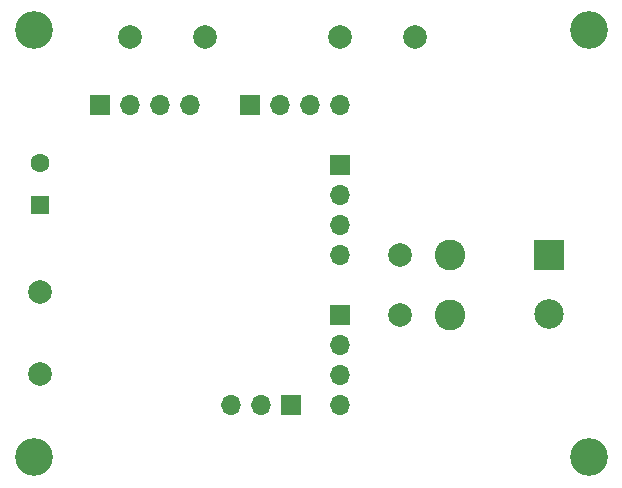
<source format=gbr>
G04 #@! TF.GenerationSoftware,KiCad,Pcbnew,(5.1.10-0-10_14)*
G04 #@! TF.CreationDate,2021-08-04T19:55:55+02:00*
G04 #@! TF.ProjectId,quasimodo,71756173-696d-46f6-946f-2e6b69636164,rev?*
G04 #@! TF.SameCoordinates,Original*
G04 #@! TF.FileFunction,Soldermask,Bot*
G04 #@! TF.FilePolarity,Negative*
%FSLAX46Y46*%
G04 Gerber Fmt 4.6, Leading zero omitted, Abs format (unit mm)*
G04 Created by KiCad (PCBNEW (5.1.10-0-10_14)) date 2021-08-04 19:55:55*
%MOMM*%
%LPD*%
G01*
G04 APERTURE LIST*
%ADD10C,2.500000*%
%ADD11R,2.500000X2.500000*%
%ADD12C,1.600000*%
%ADD13R,1.600000X1.600000*%
%ADD14O,1.700000X1.700000*%
%ADD15R,1.700000X1.700000*%
%ADD16C,2.000000*%
%ADD17C,2.600000*%
%ADD18C,3.200000*%
G04 APERTURE END LIST*
D10*
X162369500Y-106600000D03*
D11*
X162369500Y-101600000D03*
D12*
X119316500Y-93853000D03*
D13*
X119316500Y-97353000D03*
D14*
X144653000Y-114300000D03*
X144653000Y-111760000D03*
X144653000Y-109220000D03*
D15*
X144653000Y-106680000D03*
D14*
X144653000Y-101600000D03*
X144653000Y-99060000D03*
X144653000Y-96520000D03*
D15*
X144653000Y-93980000D03*
D14*
X144653000Y-88900000D03*
X142113000Y-88900000D03*
X139573000Y-88900000D03*
D15*
X137033000Y-88900000D03*
D14*
X131953000Y-88900000D03*
X129413000Y-88900000D03*
X126873000Y-88900000D03*
D15*
X124333000Y-88900000D03*
D16*
X133223000Y-83121500D03*
X126873000Y-83121500D03*
D17*
X153987500Y-106680000D03*
X153987500Y-101600000D03*
D16*
X149796500Y-106680000D03*
X149796500Y-101600000D03*
X151003000Y-83121500D03*
X144653000Y-83121500D03*
D14*
X135445500Y-114300000D03*
X137985500Y-114300000D03*
D15*
X140525500Y-114300000D03*
D16*
X119253000Y-111696500D03*
X119253000Y-104775000D03*
D18*
X118745000Y-118745000D03*
X165735000Y-118745000D03*
X165735000Y-82550000D03*
X118745000Y-82550000D03*
M02*

</source>
